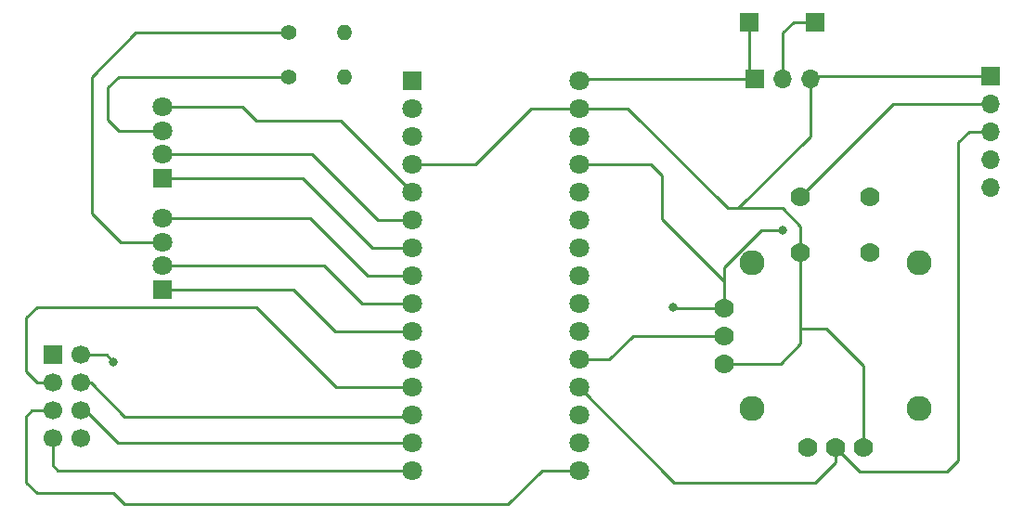
<source format=gbr>
%TF.GenerationSoftware,KiCad,Pcbnew,7.0.7*%
%TF.CreationDate,2023-10-01T22:00:11-07:00*%
%TF.ProjectId,v1,76312e6b-6963-4616-945f-706362585858,0*%
%TF.SameCoordinates,Original*%
%TF.FileFunction,Copper,L1,Top*%
%TF.FilePolarity,Positive*%
%FSLAX46Y46*%
G04 Gerber Fmt 4.6, Leading zero omitted, Abs format (unit mm)*
G04 Created by KiCad (PCBNEW 7.0.7) date 2023-10-01 22:00:11*
%MOMM*%
%LPD*%
G01*
G04 APERTURE LIST*
%TA.AperFunction,ComponentPad*%
%ADD10R,1.700000X1.700000*%
%TD*%
%TA.AperFunction,ComponentPad*%
%ADD11O,1.700000X1.700000*%
%TD*%
%TA.AperFunction,ComponentPad*%
%ADD12C,1.400000*%
%TD*%
%TA.AperFunction,ComponentPad*%
%ADD13O,1.400000X1.400000*%
%TD*%
%TA.AperFunction,ComponentPad*%
%ADD14R,1.800000X1.800000*%
%TD*%
%TA.AperFunction,ComponentPad*%
%ADD15C,1.800000*%
%TD*%
%TA.AperFunction,ComponentPad*%
%ADD16C,1.778000*%
%TD*%
%TA.AperFunction,ComponentPad*%
%ADD17C,2.286000*%
%TD*%
%TA.AperFunction,ComponentPad*%
%ADD18C,1.700000*%
%TD*%
%TA.AperFunction,ViaPad*%
%ADD19C,0.800000*%
%TD*%
%TA.AperFunction,Conductor*%
%ADD20C,0.250000*%
%TD*%
G04 APERTURE END LIST*
D10*
%TO.P,J2,1,Pin_1*%
%TO.N,Net-(J2-Pin_1)*%
X108460000Y-78230000D03*
D11*
%TO.P,J2,2,Pin_2*%
%TO.N,Net-(J2-Pin_2)*%
X111000000Y-78230000D03*
%TO.P,J2,3,Pin_3*%
%TO.N,GND*%
X113540000Y-78230000D03*
%TD*%
D12*
%TO.P,R1,1*%
%TO.N,Net-(D1-A)*%
X66000000Y-78000000D03*
D13*
%TO.P,R1,2*%
%TO.N,GND*%
X71080000Y-78000000D03*
%TD*%
D14*
%TO.P,TB1,1,D1/TX*%
%TO.N,unconnected-(TB1-D1{slash}TX-Pad1)*%
X77222500Y-78380000D03*
D15*
%TO.P,TB1,2,D0/RX*%
%TO.N,unconnected-(TB1-D0{slash}RX-Pad2)*%
X77222500Y-80920000D03*
%TO.P,TB1,3,RESET*%
%TO.N,unconnected-(TB1-RESET-Pad28)*%
X77222500Y-83460000D03*
%TO.P,TB1,4,COM/GND*%
%TO.N,GND*%
X77222500Y-86000000D03*
%TO.P,TB1,5,D2*%
%TO.N,Net-(D1-RK)*%
X77222500Y-88540000D03*
%TO.P,TB1,6,D3*%
%TO.N,Net-(D1-GK)*%
X77222500Y-91080000D03*
%TO.P,TB1,7,D4*%
%TO.N,Net-(D1-BK)*%
X77222500Y-93620000D03*
%TO.P,TB1,8,D5*%
%TO.N,Net-(D2-RK)*%
X77222500Y-96160000D03*
%TO.P,TB1,9,D6*%
%TO.N,Net-(D2-GK)*%
X77222500Y-98700000D03*
%TO.P,TB1,10,D7*%
%TO.N,Net-(D2-BK)*%
X77222500Y-101240000D03*
%TO.P,TB1,11,D8*%
%TO.N,unconnected-(TB1-D8-Pad11)*%
X77222500Y-103780000D03*
%TO.P,TB1,12,D9*%
%TO.N,Net-(TB1-D9)*%
X77222500Y-106320000D03*
%TO.P,TB1,13,D10*%
%TO.N,Net-(TB1-D10)*%
X77222500Y-108860000D03*
%TO.P,TB1,14,D11/MOSI*%
%TO.N,Net-(TB1-D11{slash}MOSI)*%
X77222500Y-111400000D03*
%TO.P,TB1,15,D12/MISO*%
%TO.N,Net-(TB1-D12{slash}MISO)*%
X77222500Y-113940000D03*
%TO.P,TB1,16,D13/SCK*%
%TO.N,Net-(TB1-D13{slash}SCK)*%
X92462500Y-113940000D03*
%TO.P,TB1,17,3V3*%
%TO.N,Net-(TB1-3V3)*%
X92462500Y-111400000D03*
%TO.P,TB1,18,AREF*%
%TO.N,unconnected-(TB1-AREF-Pad18)*%
X92462500Y-108860000D03*
%TO.P,TB1,19,A0*%
%TO.N,Net-(J1-Pin_3)*%
X92462500Y-106320000D03*
%TO.P,TB1,20,A1*%
%TO.N,Net-(J1-Pin_4)*%
X92462500Y-103780000D03*
%TO.P,TB1,21,A2*%
%TO.N,unconnected-(TB1-A2-Pad21)*%
X92462500Y-101240000D03*
%TO.P,TB1,22,A3*%
%TO.N,unconnected-(TB1-A3-Pad22)*%
X92462500Y-98700000D03*
%TO.P,TB1,23,A4*%
%TO.N,unconnected-(TB1-A4-Pad23)*%
X92462500Y-96160000D03*
%TO.P,TB1,24,A5*%
%TO.N,unconnected-(TB1-A5-Pad24)*%
X92462500Y-93620000D03*
%TO.P,TB1,25,A6*%
%TO.N,unconnected-(TB1-A6-Pad25)*%
X92462500Y-91080000D03*
%TO.P,TB1,26,A7*%
%TO.N,unconnected-(TB1-A7-Pad26)*%
X92462500Y-88540000D03*
%TO.P,TB1,27,+5V*%
%TO.N,Net-(J1-Pin_5)*%
X92462500Y-86000000D03*
%TO.P,TB1,28,RESET*%
%TO.N,unconnected-(TB1-RESET-Pad28)*%
X92462500Y-83460000D03*
%TO.P,TB1,29,COM/GND*%
%TO.N,GND*%
X92462500Y-80920000D03*
%TO.P,TB1,30,VIN*%
%TO.N,Net-(J2-Pin_1)*%
X92462500Y-78380000D03*
%TD*%
D16*
%TO.P,U2,B1A,SEL+*%
%TO.N,Net-(J1-Pin_2)*%
X112650000Y-88920000D03*
%TO.P,U2,B1B*%
%TO.N,N/C*%
X119000000Y-88920000D03*
%TO.P,U2,B2A,SEL-*%
%TO.N,GND*%
X112650000Y-94000000D03*
%TO.P,U2,B2B*%
%TO.N,N/C*%
X119000000Y-94000000D03*
%TO.P,U2,H1,H+*%
%TO.N,Net-(J1-Pin_5)*%
X113285000Y-111780000D03*
%TO.P,U2,H2,H*%
%TO.N,Net-(J1-Pin_3)*%
X115825000Y-111780000D03*
%TO.P,U2,H3,H-*%
%TO.N,GND*%
X118365000Y-111780000D03*
D17*
%TO.P,U2,S1,SHIELD*%
%TO.N,unconnected-(U2-SHIELD-PadS1)*%
X108205000Y-94952500D03*
%TO.P,U2,S2,SHIELD*%
X108205000Y-108287500D03*
%TO.P,U2,S3,SHIELD*%
X123445000Y-108287500D03*
%TO.P,U2,S4,SHIELD*%
X123445000Y-94952500D03*
D16*
%TO.P,U2,V1,V+*%
%TO.N,Net-(J1-Pin_5)*%
X105665000Y-99080000D03*
%TO.P,U2,V2,V*%
%TO.N,Net-(J1-Pin_4)*%
X105665000Y-101620000D03*
%TO.P,U2,V3,V-*%
%TO.N,GND*%
X105665000Y-104160000D03*
%TD*%
D10*
%TO.P,J4,1,Pin_1*%
%TO.N,Net-(J2-Pin_2)*%
X114000000Y-73000000D03*
%TD*%
%TO.P,J1,1,Pin_1*%
%TO.N,GND*%
X130000000Y-77920000D03*
D11*
%TO.P,J1,2,Pin_2*%
%TO.N,Net-(J1-Pin_2)*%
X130000000Y-80460000D03*
%TO.P,J1,3,Pin_3*%
%TO.N,Net-(J1-Pin_3)*%
X130000000Y-83000000D03*
%TO.P,J1,4,Pin_4*%
%TO.N,Net-(J1-Pin_4)*%
X130000000Y-85540000D03*
%TO.P,J1,5,Pin_5*%
%TO.N,Net-(J1-Pin_5)*%
X130000000Y-88080000D03*
%TD*%
D12*
%TO.P,R2,1*%
%TO.N,Net-(D2-A)*%
X66000000Y-74000000D03*
D13*
%TO.P,R2,2*%
%TO.N,GND*%
X71080000Y-74000000D03*
%TD*%
D14*
%TO.P,D1,1,BK*%
%TO.N,Net-(D1-BK)*%
X54462500Y-87240000D03*
D15*
%TO.P,D1,2,GK*%
%TO.N,Net-(D1-GK)*%
X54462500Y-85081000D03*
%TO.P,D1,3,A*%
%TO.N,Net-(D1-A)*%
X54462500Y-82922000D03*
%TO.P,D1,4,RK*%
%TO.N,Net-(D1-RK)*%
X54462500Y-80763000D03*
%TD*%
D10*
%TO.P,J3,1,Pin_1*%
%TO.N,Net-(J2-Pin_1)*%
X108000000Y-73000000D03*
%TD*%
D14*
%TO.P,D2,1,BK*%
%TO.N,Net-(D2-BK)*%
X54462500Y-97399000D03*
D15*
%TO.P,D2,2,GK*%
%TO.N,Net-(D2-GK)*%
X54462500Y-95240000D03*
%TO.P,D2,3,A*%
%TO.N,Net-(D2-A)*%
X54462500Y-93081000D03*
%TO.P,D2,4,RK*%
%TO.N,Net-(D2-RK)*%
X54462500Y-90922000D03*
%TD*%
D10*
%TO.P,U1,1,GND*%
%TO.N,GND*%
X44460000Y-103375000D03*
D18*
%TO.P,U1,2,VCC*%
%TO.N,Net-(TB1-3V3)*%
X47000000Y-103375000D03*
%TO.P,U1,3,CE*%
%TO.N,Net-(TB1-D9)*%
X44460000Y-105915000D03*
%TO.P,U1,4,~{CSN}*%
%TO.N,Net-(TB1-D10)*%
X47000000Y-105915000D03*
%TO.P,U1,5,SCK*%
%TO.N,Net-(TB1-D13{slash}SCK)*%
X44460000Y-108455000D03*
%TO.P,U1,6,MOSI*%
%TO.N,Net-(TB1-D11{slash}MOSI)*%
X47000000Y-108455000D03*
%TO.P,U1,7,MISO*%
%TO.N,Net-(TB1-D12{slash}MISO)*%
X44460000Y-110995000D03*
%TO.P,U1,8,IRQ*%
%TO.N,unconnected-(U1-IRQ-Pad8)*%
X47000000Y-110995000D03*
%TD*%
D19*
%TO.N,Net-(TB1-3V3)*%
X50000000Y-104000000D03*
%TO.N,Net-(J1-Pin_5)*%
X101000000Y-99000000D03*
X111000000Y-92000000D03*
%TD*%
D20*
%TO.N,Net-(TB1-D9)*%
X63000000Y-99000000D02*
X70320000Y-106320000D01*
X43000000Y-99000000D02*
X63000000Y-99000000D01*
X42000000Y-104915000D02*
X42000000Y-100000000D01*
X42000000Y-100000000D02*
X43000000Y-99000000D01*
X43000000Y-105915000D02*
X42000000Y-104915000D01*
X44460000Y-105915000D02*
X43000000Y-105915000D01*
X70320000Y-106320000D02*
X77222500Y-106320000D01*
%TO.N,Net-(TB1-D13{slash}SCK)*%
X42545000Y-108455000D02*
X44460000Y-108455000D01*
X42000000Y-109000000D02*
X42545000Y-108455000D01*
X43000000Y-116000000D02*
X42000000Y-115000000D01*
X51000000Y-117000000D02*
X50000000Y-116000000D01*
X50000000Y-116000000D02*
X43000000Y-116000000D01*
X86000000Y-117000000D02*
X51000000Y-117000000D01*
X42000000Y-115000000D02*
X42000000Y-109000000D01*
X89060000Y-113940000D02*
X86000000Y-117000000D01*
X92462500Y-113940000D02*
X89060000Y-113940000D01*
%TO.N,Net-(TB1-D12{slash}MISO)*%
X44940000Y-113940000D02*
X77222500Y-113940000D01*
X44460000Y-113460000D02*
X44940000Y-113940000D01*
X44460000Y-110995000D02*
X44460000Y-113460000D01*
%TO.N,Net-(TB1-D11{slash}MOSI)*%
X50400000Y-111400000D02*
X77222500Y-111400000D01*
X47455000Y-108455000D02*
X50400000Y-111400000D01*
X47000000Y-108455000D02*
X47455000Y-108455000D01*
%TO.N,Net-(TB1-D10)*%
X47915000Y-105915000D02*
X47000000Y-105915000D01*
X51000000Y-109000000D02*
X47915000Y-105915000D01*
X77082500Y-109000000D02*
X51000000Y-109000000D01*
X77222500Y-108860000D02*
X77082500Y-109000000D01*
%TO.N,Net-(TB1-3V3)*%
X49375000Y-103375000D02*
X50000000Y-104000000D01*
X47000000Y-103375000D02*
X49375000Y-103375000D01*
%TO.N,Net-(D1-BK)*%
X67240000Y-87240000D02*
X73620000Y-93620000D01*
X54462500Y-87240000D02*
X67240000Y-87240000D01*
X73620000Y-93620000D02*
X77222500Y-93620000D01*
%TO.N,Net-(D1-GK)*%
X74080000Y-91080000D02*
X77222500Y-91080000D01*
X54462500Y-85081000D02*
X68081000Y-85081000D01*
X68081000Y-85081000D02*
X74080000Y-91080000D01*
%TO.N,Net-(D1-A)*%
X50462500Y-82922000D02*
X49462500Y-81922000D01*
X66000000Y-78000000D02*
X50462500Y-78000000D01*
X49462500Y-81922000D02*
X49462500Y-79000000D01*
X54462500Y-82922000D02*
X50462500Y-82922000D01*
X50462500Y-78000000D02*
X49462500Y-79000000D01*
%TO.N,Net-(D1-RK)*%
X54462500Y-80763000D02*
X61763000Y-80763000D01*
X70682500Y-82000000D02*
X77222500Y-88540000D01*
X63000000Y-82000000D02*
X70682500Y-82000000D01*
X61763000Y-80763000D02*
X63000000Y-82000000D01*
%TO.N,Net-(D2-BK)*%
X70240000Y-101240000D02*
X77222500Y-101240000D01*
X54462500Y-97399000D02*
X66399000Y-97399000D01*
X66399000Y-97399000D02*
X70240000Y-101240000D01*
%TO.N,Net-(D2-GK)*%
X54462500Y-95240000D02*
X69240000Y-95240000D01*
X69240000Y-95240000D02*
X72700000Y-98700000D01*
X72700000Y-98700000D02*
X77222500Y-98700000D01*
%TO.N,Net-(D2-A)*%
X50621500Y-93081000D02*
X54462500Y-93081000D01*
X48000000Y-90459500D02*
X50621500Y-93081000D01*
X48000000Y-78000000D02*
X48000000Y-90459500D01*
X52000000Y-74000000D02*
X48000000Y-78000000D01*
X66000000Y-74000000D02*
X52000000Y-74000000D01*
%TO.N,Net-(D2-RK)*%
X67922000Y-90922000D02*
X73160000Y-96160000D01*
X54462500Y-90922000D02*
X67922000Y-90922000D01*
X73160000Y-96160000D02*
X77222500Y-96160000D01*
%TO.N,GND*%
X96920000Y-80920000D02*
X92462500Y-80920000D01*
X112650000Y-91650000D02*
X111000000Y-90000000D01*
X88080000Y-80920000D02*
X92462500Y-80920000D01*
X118365000Y-104365000D02*
X115000000Y-101000000D01*
X130000000Y-77920000D02*
X113850000Y-77920000D01*
X118365000Y-111780000D02*
X118365000Y-104365000D01*
X113540000Y-83460000D02*
X113540000Y-78230000D01*
X115000000Y-101000000D02*
X112650000Y-101000000D01*
X111000000Y-90000000D02*
X107000000Y-90000000D01*
X77222500Y-86000000D02*
X83000000Y-86000000D01*
X106000000Y-90000000D02*
X96920000Y-80920000D01*
X112650000Y-94000000D02*
X112650000Y-91650000D01*
X83000000Y-86000000D02*
X88080000Y-80920000D01*
X112650000Y-101000000D02*
X112650000Y-94000000D01*
X105665000Y-104160000D02*
X110840000Y-104160000D01*
X107000000Y-90000000D02*
X113540000Y-83460000D01*
X107000000Y-90000000D02*
X106000000Y-90000000D01*
X113850000Y-77920000D02*
X113540000Y-78230000D01*
X112650000Y-102350000D02*
X112650000Y-101000000D01*
X110840000Y-104160000D02*
X112650000Y-102350000D01*
%TO.N,Net-(J1-Pin_2)*%
X121110000Y-80460000D02*
X130000000Y-80460000D01*
X112650000Y-88920000D02*
X121110000Y-80460000D01*
%TO.N,Net-(J1-Pin_3)*%
X115825000Y-111780000D02*
X118045000Y-114000000D01*
X118045000Y-114000000D02*
X126000000Y-114000000D01*
X127000000Y-113000000D02*
X127000000Y-84000000D01*
X127000000Y-84000000D02*
X128000000Y-83000000D01*
X114000000Y-115000000D02*
X101142500Y-115000000D01*
X126000000Y-114000000D02*
X127000000Y-113000000D01*
X115825000Y-113175000D02*
X114000000Y-115000000D01*
X101142500Y-115000000D02*
X92462500Y-106320000D01*
X115825000Y-111780000D02*
X115825000Y-113175000D01*
X128000000Y-83000000D02*
X130000000Y-83000000D01*
%TO.N,Net-(J1-Pin_4)*%
X97380000Y-101620000D02*
X105665000Y-101620000D01*
X95220000Y-103780000D02*
X97380000Y-101620000D01*
X92462500Y-103780000D02*
X95220000Y-103780000D01*
%TO.N,Net-(J2-Pin_1)*%
X108000000Y-73000000D02*
X108000000Y-77770000D01*
X108460000Y-78230000D02*
X92612500Y-78230000D01*
X92612500Y-78230000D02*
X92462500Y-78380000D01*
X108000000Y-77770000D02*
X108460000Y-78230000D01*
%TO.N,Net-(J2-Pin_2)*%
X114000000Y-73000000D02*
X112000000Y-73000000D01*
X112000000Y-73000000D02*
X111000000Y-74000000D01*
X111000000Y-74000000D02*
X111000000Y-78230000D01*
%TO.N,Net-(J1-Pin_5)*%
X99000000Y-86000000D02*
X92462500Y-86000000D01*
X105665000Y-99080000D02*
X101080000Y-99080000D01*
X100000000Y-91000000D02*
X100000000Y-87000000D01*
X101080000Y-99080000D02*
X101000000Y-99000000D01*
X100000000Y-87000000D02*
X99000000Y-86000000D01*
X105665000Y-96665000D02*
X100000000Y-91000000D01*
X105665000Y-95416434D02*
X109081434Y-92000000D01*
X105665000Y-99080000D02*
X105665000Y-96665000D01*
X105665000Y-96665000D02*
X105665000Y-95416434D01*
X109081434Y-92000000D02*
X111000000Y-92000000D01*
%TD*%
M02*

</source>
